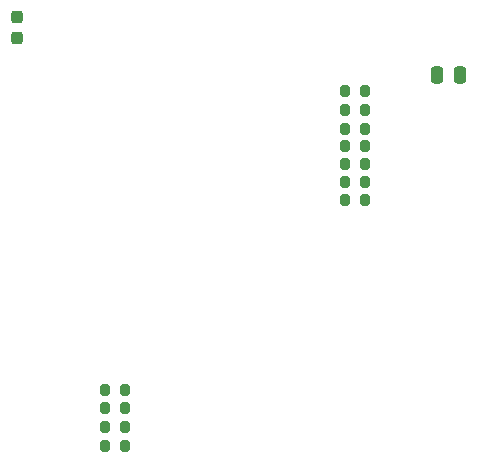
<source format=gbr>
%TF.GenerationSoftware,KiCad,Pcbnew,(6.0.9)*%
%TF.CreationDate,2023-04-07T16:32:21+03:00*%
%TF.ProjectId,ESP32_power_meter_MP3_player_WIFI_radio_V2,45535033-325f-4706-9f77-65725f6d6574,rev?*%
%TF.SameCoordinates,Original*%
%TF.FileFunction,Paste,Bot*%
%TF.FilePolarity,Positive*%
%FSLAX46Y46*%
G04 Gerber Fmt 4.6, Leading zero omitted, Abs format (unit mm)*
G04 Created by KiCad (PCBNEW (6.0.9)) date 2023-04-07 16:32:21*
%MOMM*%
%LPD*%
G01*
G04 APERTURE LIST*
G04 Aperture macros list*
%AMRoundRect*
0 Rectangle with rounded corners*
0 $1 Rounding radius*
0 $2 $3 $4 $5 $6 $7 $8 $9 X,Y pos of 4 corners*
0 Add a 4 corners polygon primitive as box body*
4,1,4,$2,$3,$4,$5,$6,$7,$8,$9,$2,$3,0*
0 Add four circle primitives for the rounded corners*
1,1,$1+$1,$2,$3*
1,1,$1+$1,$4,$5*
1,1,$1+$1,$6,$7*
1,1,$1+$1,$8,$9*
0 Add four rect primitives between the rounded corners*
20,1,$1+$1,$2,$3,$4,$5,0*
20,1,$1+$1,$4,$5,$6,$7,0*
20,1,$1+$1,$6,$7,$8,$9,0*
20,1,$1+$1,$8,$9,$2,$3,0*%
G04 Aperture macros list end*
%ADD10RoundRect,0.200000X0.200000X0.275000X-0.200000X0.275000X-0.200000X-0.275000X0.200000X-0.275000X0*%
%ADD11RoundRect,0.250000X-0.250000X-0.475000X0.250000X-0.475000X0.250000X0.475000X-0.250000X0.475000X0*%
%ADD12RoundRect,0.237500X0.237500X-0.300000X0.237500X0.300000X-0.237500X0.300000X-0.237500X-0.300000X0*%
G04 APERTURE END LIST*
D10*
%TO.C,R19*%
X100375000Y-86300000D03*
X98725000Y-86300000D03*
%TD*%
%TO.C,R21*%
X100375000Y-84650000D03*
X98725000Y-84650000D03*
%TD*%
%TO.C,R2*%
X120675000Y-67000000D03*
X119025000Y-67000000D03*
%TD*%
%TO.C,R6*%
X120675000Y-59450000D03*
X119025000Y-59450000D03*
%TD*%
D11*
%TO.C,C7*%
X126850000Y-56450000D03*
X128750000Y-56450000D03*
%TD*%
D10*
%TO.C,R4*%
X120675000Y-65500000D03*
X119025000Y-65500000D03*
%TD*%
%TO.C,R18*%
X100375000Y-87900000D03*
X98725000Y-87900000D03*
%TD*%
%TO.C,R7*%
X120675000Y-61000000D03*
X119025000Y-61000000D03*
%TD*%
D12*
%TO.C,C31*%
X91250000Y-53312500D03*
X91250000Y-51587500D03*
%TD*%
D10*
%TO.C,R8*%
X120675000Y-62500000D03*
X119025000Y-62500000D03*
%TD*%
%TO.C,R3*%
X120675000Y-64000000D03*
X119025000Y-64000000D03*
%TD*%
%TO.C,R5*%
X120675000Y-57850000D03*
X119025000Y-57850000D03*
%TD*%
%TO.C,R22*%
X100375000Y-83100000D03*
X98725000Y-83100000D03*
%TD*%
M02*

</source>
